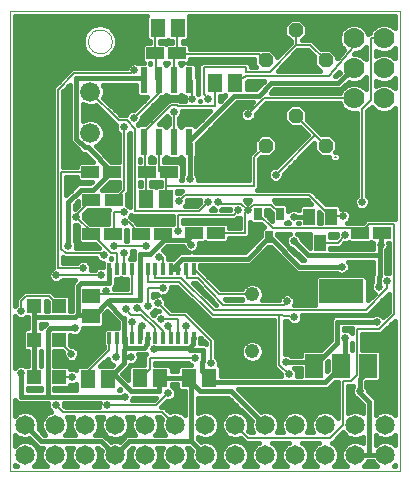
<source format=gtl>
G75*
G70*
%OFA0B0*%
%FSLAX24Y24*%
%IPPOS*%
%LPD*%
%AMOC8*
5,1,8,0,0,1.08239X$1,22.5*
%
%ADD10C,0.0000*%
%ADD11R,0.0591X0.0394*%
%ADD12C,0.0480*%
%ADD13R,0.0512X0.0591*%
%ADD14R,0.0591X0.0512*%
%ADD15R,0.0236X0.0866*%
%ADD16OC8,0.0480*%
%ADD17R,0.0394X0.0551*%
%ADD18R,0.0472X0.0472*%
%ADD19R,0.0250X0.0400*%
%ADD20R,0.0591X0.0787*%
%ADD21R,0.1496X0.0787*%
%ADD22C,0.0650*%
%ADD23R,0.0120X0.0390*%
%ADD24C,0.0700*%
%ADD25C,0.0660*%
%ADD26C,0.0060*%
%ADD27C,0.0250*%
%ADD28C,0.0150*%
%ADD29C,0.0160*%
D10*
X002374Y000180D02*
X002374Y015534D01*
X015384Y015534D01*
X015384Y000180D01*
X002374Y000180D01*
X004983Y014515D02*
X004985Y014554D01*
X004991Y014593D01*
X005001Y014631D01*
X005014Y014668D01*
X005031Y014703D01*
X005051Y014737D01*
X005075Y014768D01*
X005102Y014797D01*
X005131Y014823D01*
X005163Y014846D01*
X005197Y014866D01*
X005233Y014882D01*
X005270Y014894D01*
X005309Y014903D01*
X005348Y014908D01*
X005387Y014909D01*
X005426Y014906D01*
X005465Y014899D01*
X005502Y014888D01*
X005539Y014874D01*
X005574Y014856D01*
X005607Y014835D01*
X005638Y014810D01*
X005666Y014783D01*
X005691Y014753D01*
X005713Y014720D01*
X005732Y014686D01*
X005747Y014650D01*
X005759Y014612D01*
X005767Y014574D01*
X005771Y014535D01*
X005771Y014495D01*
X005767Y014456D01*
X005759Y014418D01*
X005747Y014380D01*
X005732Y014344D01*
X005713Y014310D01*
X005691Y014277D01*
X005666Y014247D01*
X005638Y014220D01*
X005607Y014195D01*
X005574Y014174D01*
X005539Y014156D01*
X005502Y014142D01*
X005465Y014131D01*
X005426Y014124D01*
X005387Y014121D01*
X005348Y014122D01*
X005309Y014127D01*
X005270Y014136D01*
X005233Y014148D01*
X005197Y014164D01*
X005163Y014184D01*
X005131Y014207D01*
X005102Y014233D01*
X005075Y014262D01*
X005051Y014293D01*
X005031Y014327D01*
X005014Y014362D01*
X005001Y014399D01*
X004991Y014437D01*
X004985Y014476D01*
X004983Y014515D01*
D11*
X007213Y014120D03*
X007954Y014120D03*
X007674Y010160D03*
X006933Y010160D03*
X005794Y010170D03*
X005053Y010170D03*
X005093Y009230D03*
X005834Y009230D03*
X005824Y008100D03*
X005083Y008100D03*
X006733Y008100D03*
X007474Y008100D03*
X008513Y008140D03*
X009254Y008140D03*
X014043Y008140D03*
X014784Y008140D03*
D12*
X010454Y006090D03*
X010454Y004190D03*
D13*
X009018Y003300D03*
X008349Y003300D03*
X007388Y003290D03*
X006719Y003290D03*
X005638Y003260D03*
X004969Y003260D03*
X006899Y009250D03*
X007568Y009250D03*
X009209Y013140D03*
X009878Y013140D03*
X007968Y014970D03*
X007299Y014970D03*
D14*
X005094Y006045D03*
X005094Y005375D03*
D15*
X006844Y011176D03*
X007344Y011176D03*
X007844Y011176D03*
X008344Y011176D03*
X008344Y013224D03*
X007844Y013224D03*
X007344Y013224D03*
X006844Y013224D03*
D16*
X010904Y013880D03*
X011904Y014880D03*
X012904Y013880D03*
X011904Y012040D03*
X012904Y011040D03*
X010904Y011040D03*
D17*
X012340Y008673D03*
X013088Y008673D03*
X012714Y007807D03*
D18*
X004017Y005700D03*
X003190Y005700D03*
X003180Y004570D03*
X004007Y004570D03*
X004017Y003330D03*
X003190Y003330D03*
D19*
X010640Y008774D03*
X011388Y008774D03*
X011014Y007986D03*
D20*
X012518Y003700D03*
X013424Y003700D03*
X014329Y003700D03*
D21*
X013424Y006180D03*
D22*
X013893Y001727D03*
X013893Y000727D03*
X012893Y000727D03*
X011893Y000727D03*
X010893Y000727D03*
X009893Y000727D03*
X008893Y000727D03*
X007893Y000727D03*
X006893Y000727D03*
X005893Y000727D03*
X004893Y000727D03*
X003893Y000727D03*
X002893Y000727D03*
X002893Y001727D03*
X003893Y001727D03*
X004893Y001727D03*
X005893Y001727D03*
X006893Y001727D03*
X007893Y001727D03*
X008893Y001727D03*
X009893Y001727D03*
X010893Y001727D03*
X011893Y001727D03*
X012893Y001727D03*
X014893Y001727D03*
X014893Y000727D03*
D23*
X008501Y004641D03*
X008245Y004641D03*
X007989Y004641D03*
X007733Y004641D03*
X007477Y004641D03*
X007221Y004641D03*
X006966Y004641D03*
X006710Y004641D03*
X006454Y004641D03*
X006198Y004641D03*
X005942Y004641D03*
X005686Y004641D03*
X005686Y006939D03*
X005942Y006939D03*
X006198Y006939D03*
X006454Y006939D03*
X006710Y006939D03*
X006966Y006939D03*
X007221Y006939D03*
X007477Y006939D03*
X007733Y006939D03*
X007989Y006939D03*
X008245Y006939D03*
X008501Y006939D03*
D24*
X013844Y012620D03*
X014844Y012620D03*
X014844Y013620D03*
X014844Y014620D03*
X013844Y014620D03*
X013844Y013620D03*
D25*
X005064Y012820D03*
X005064Y011460D03*
D26*
X006004Y011880D02*
X006274Y011880D01*
X006544Y011610D01*
X006544Y008860D01*
X008684Y008860D01*
X008984Y009160D01*
X009314Y009160D02*
X009364Y009110D01*
X010084Y009110D01*
X010304Y008890D01*
X010314Y008880D01*
X010304Y008890D02*
X010484Y009070D01*
X011094Y009070D01*
X011384Y008780D01*
X011388Y008774D01*
X011134Y008280D02*
X013894Y008280D01*
X014034Y008140D01*
X014043Y008140D01*
X014064Y008160D01*
X014334Y008430D01*
X015174Y008430D01*
X015174Y005420D01*
X014694Y004940D01*
X013944Y004940D01*
X013944Y003400D01*
X013754Y003210D01*
X013474Y003210D01*
X013474Y001720D01*
X013064Y001310D01*
X010304Y001310D01*
X009894Y001720D01*
X009893Y001727D01*
X011684Y003420D02*
X011364Y003740D01*
X011364Y005390D01*
X009144Y005390D01*
X008024Y006510D01*
X006974Y006510D01*
X006974Y006930D01*
X006966Y006939D01*
X007221Y006939D02*
X007224Y006930D01*
X007224Y006630D01*
X008074Y006630D01*
X009184Y005560D01*
X014234Y005560D01*
X014944Y006290D01*
X014944Y006540D01*
X013544Y008050D02*
X013304Y007810D01*
X012714Y007810D01*
X012714Y007807D01*
X013088Y008673D02*
X013064Y008690D01*
X012364Y009390D01*
X008214Y009390D01*
X008024Y009200D01*
X007974Y008740D02*
X009844Y008740D01*
X009984Y008880D01*
X010214Y008800D02*
X010214Y008140D01*
X009254Y008140D01*
X010214Y008800D02*
X010304Y008890D01*
X010640Y008774D02*
X010644Y008770D01*
X011134Y008280D01*
X010524Y009710D02*
X007574Y009710D01*
X007574Y009250D01*
X007568Y009250D01*
X007574Y009710D02*
X007574Y010160D01*
X007674Y010160D01*
X007554Y010180D01*
X007344Y010180D01*
X007344Y011176D01*
X006884Y011150D02*
X006854Y011150D01*
X006844Y011176D01*
X006844Y011480D01*
X007764Y012400D01*
X007944Y012400D01*
X007984Y012360D01*
X009214Y012360D01*
X009214Y013140D01*
X009209Y013140D01*
X008834Y012750D02*
X008834Y013660D01*
X010254Y013660D01*
X010244Y013500D01*
X011054Y013500D01*
X011904Y014410D01*
X011924Y014390D01*
X012394Y014390D01*
X012904Y013880D01*
X013014Y013360D02*
X013844Y014350D01*
X013844Y014620D01*
X014404Y014620D02*
X014844Y014620D01*
X014404Y014620D02*
X014404Y012550D01*
X014114Y012260D01*
X014114Y009160D01*
X013484Y008680D02*
X013094Y008680D01*
X013088Y008673D01*
X011234Y010070D02*
X012554Y011390D01*
X011904Y012040D01*
X012554Y011390D02*
X012904Y011040D01*
X013201Y010661D02*
X013254Y010660D01*
X013844Y012620D02*
X010854Y012620D01*
X010314Y012080D01*
X010904Y011040D02*
X010524Y010660D01*
X010524Y009710D01*
X007974Y008740D02*
X007974Y008180D01*
X007474Y007330D02*
X007334Y007330D01*
X007474Y007330D02*
X007474Y006940D01*
X007477Y006939D01*
X007474Y006280D02*
X006974Y006280D01*
X006974Y005680D01*
X006694Y005640D02*
X006624Y005640D01*
X006694Y005640D02*
X007434Y004900D01*
X007474Y004900D01*
X007474Y004650D01*
X007477Y004641D01*
X007221Y004641D02*
X007214Y004650D01*
X007214Y004950D01*
X007204Y004950D01*
X006744Y005410D01*
X006414Y005410D01*
X006244Y005580D01*
X006464Y005160D02*
X006464Y004650D01*
X006454Y004641D01*
X005942Y004641D02*
X005934Y004640D01*
X005934Y003990D01*
X005904Y003990D01*
X005684Y004230D02*
X004974Y003520D01*
X004974Y003260D01*
X004969Y003260D01*
X004454Y003340D02*
X004034Y003340D01*
X004024Y003330D01*
X004017Y003330D01*
X004424Y004100D02*
X004304Y004240D01*
X004014Y004570D01*
X004007Y004570D01*
X004014Y005700D02*
X004017Y005700D01*
X004014Y005700D02*
X003684Y006030D01*
X002914Y006030D01*
X002754Y005870D01*
X002754Y005530D01*
X003924Y006720D02*
X004504Y006730D01*
X005414Y006730D01*
X005934Y006940D02*
X005942Y006939D01*
X005934Y006940D02*
X005934Y007470D01*
X005744Y007470D01*
X005114Y008100D01*
X005083Y008100D01*
X005134Y008120D01*
X004594Y008660D01*
X004614Y008680D01*
X004614Y008760D01*
X005084Y009230D01*
X005093Y009230D01*
X005834Y009230D02*
X005844Y009230D01*
X006184Y009570D01*
X006184Y011650D01*
X006004Y011880D02*
X005064Y012820D01*
X004524Y013460D02*
X003974Y012910D01*
X003974Y006960D01*
X004824Y006960D01*
X004234Y007470D02*
X004094Y007610D01*
X004094Y010170D01*
X005053Y010170D01*
X005834Y008820D02*
X006174Y008820D01*
X006204Y008490D02*
X006334Y008490D01*
X006724Y008100D01*
X006733Y008100D01*
X006924Y007700D02*
X005834Y007700D01*
X005514Y007380D02*
X005424Y007470D01*
X004234Y007470D01*
X005594Y006190D02*
X005594Y006080D01*
X006454Y006080D01*
X006454Y006930D01*
X006454Y006939D01*
X006198Y006939D02*
X006194Y006940D01*
X006194Y007470D01*
X005834Y008100D02*
X005824Y008100D01*
X005834Y008100D02*
X005834Y008820D01*
X006899Y009250D02*
X006904Y009250D01*
X006904Y010160D01*
X006933Y010160D01*
X006884Y010180D01*
X006884Y011150D01*
X007844Y011180D02*
X007844Y011176D01*
X007844Y011180D02*
X007854Y011180D01*
X007854Y012170D01*
X008464Y012590D02*
X008464Y013220D01*
X008344Y013220D01*
X008344Y013224D01*
X007844Y013224D02*
X007844Y014100D01*
X007934Y014100D01*
X007954Y014120D01*
X007984Y014100D01*
X010684Y014100D01*
X010904Y013880D01*
X010264Y013360D02*
X013014Y013360D01*
X011904Y014410D02*
X011904Y014880D01*
X010264Y013360D02*
X009884Y013140D01*
X009878Y013140D01*
X008984Y012600D02*
X008834Y012750D01*
X007344Y012810D02*
X007344Y013224D01*
X007334Y013250D01*
X007234Y013250D01*
X007234Y014100D01*
X007213Y014120D01*
X007214Y014120D01*
X007214Y014970D01*
X007299Y014970D01*
X007964Y014970D02*
X007968Y014970D01*
X007964Y014970D02*
X007964Y014120D01*
X007954Y014120D01*
X007344Y012810D02*
X006504Y011970D01*
X006424Y013460D02*
X004524Y013460D01*
X006424Y013460D02*
X006524Y013560D01*
X008245Y006939D02*
X008254Y006930D01*
X008284Y006640D01*
X008644Y006620D01*
X009494Y005730D01*
X011514Y005730D01*
X011614Y005850D01*
X011364Y005390D02*
X011854Y005320D01*
X010454Y006090D02*
X009344Y006090D01*
X008504Y006930D01*
X008501Y006939D01*
X007324Y005790D02*
X007724Y005390D01*
X008214Y005390D01*
X009074Y004530D01*
X009074Y003800D01*
X008534Y003970D02*
X007034Y003970D01*
X007034Y003600D01*
X006724Y003290D01*
X006719Y003290D01*
X007244Y002380D02*
X007654Y002790D01*
X007244Y002380D02*
X005624Y002380D01*
X004164Y002150D02*
X007464Y002150D01*
X007884Y001730D01*
X007893Y001727D01*
X005684Y004230D02*
X005684Y004640D01*
X005686Y004641D01*
X005594Y006080D02*
X005124Y006080D01*
X005094Y006050D01*
X005094Y006045D01*
X007414Y005270D02*
X007984Y005270D01*
X007984Y004650D01*
X007989Y004641D01*
X007733Y004641D02*
X007724Y004650D01*
X007724Y005040D01*
X007654Y005040D01*
X008244Y005040D02*
X008244Y004650D01*
X008245Y004641D01*
X004164Y002150D02*
X003914Y002400D01*
D27*
X003914Y002400D03*
X004454Y003340D03*
X004424Y004100D03*
X004534Y004950D03*
X005594Y006190D03*
X005414Y006730D03*
X004824Y006960D03*
X005514Y007380D03*
X005834Y007700D03*
X006194Y007470D03*
X006924Y007700D03*
X007334Y007330D03*
X007974Y008180D03*
X008424Y007740D03*
X008024Y009200D03*
X008374Y009940D03*
X008984Y009160D03*
X009314Y009160D03*
X009984Y008880D03*
X010314Y008880D03*
X011234Y010070D03*
X011844Y008670D03*
X011834Y007870D03*
X013444Y007010D03*
X013544Y008050D03*
X013484Y008680D03*
X014114Y009160D03*
X014734Y007740D03*
X014944Y006540D03*
X014674Y006340D03*
X014604Y005170D03*
X013554Y004630D03*
X014034Y002860D03*
X011684Y003420D03*
X011594Y003830D03*
X011854Y005320D03*
X011614Y005850D03*
X009074Y003800D03*
X008534Y003970D03*
X008244Y005040D03*
X007654Y005040D03*
X007414Y005270D03*
X007324Y005790D03*
X006974Y005680D03*
X006624Y005640D03*
X006244Y005580D03*
X006464Y005160D03*
X006794Y005040D03*
X007194Y004250D03*
X006404Y003990D03*
X005904Y003990D03*
X006204Y002670D03*
X005624Y002380D03*
X007654Y002790D03*
X007474Y006280D03*
X006204Y008490D03*
X006174Y008820D03*
X004594Y008660D03*
X004324Y007700D03*
X003924Y006720D03*
X002754Y005530D03*
X002754Y003460D03*
X006184Y011650D03*
X006504Y011970D03*
X007854Y012170D03*
X008464Y012590D03*
X008984Y012600D03*
X010314Y012080D03*
X006524Y013560D03*
D28*
X006784Y013290D02*
X006844Y013230D01*
X006844Y013224D01*
X006784Y013290D02*
X004594Y013290D01*
X004594Y011270D01*
X004874Y010990D01*
X004974Y010990D01*
X005794Y010170D01*
X005724Y010140D01*
X005154Y009570D01*
X004744Y009570D01*
X004324Y009150D01*
X004324Y007700D01*
X004764Y006460D02*
X004654Y006350D01*
X004654Y005380D01*
X004584Y005350D01*
X004554Y005320D01*
X003184Y005320D01*
X003184Y004570D01*
X003180Y004570D01*
X003194Y004500D01*
X003194Y003330D01*
X003190Y003330D01*
X002754Y003460D02*
X002754Y002670D01*
X003634Y002670D01*
X003634Y004860D01*
X003724Y004950D01*
X004534Y004950D01*
X004654Y005380D02*
X005094Y005380D01*
X005094Y005375D01*
X005164Y005410D01*
X005204Y005410D01*
X005614Y005820D01*
X006124Y005310D01*
X006184Y005310D01*
X006184Y004720D01*
X006198Y004641D01*
X006204Y004640D01*
X006204Y004310D01*
X006174Y004240D01*
X006174Y003990D01*
X006404Y003990D01*
X006174Y003990D02*
X006174Y003790D01*
X005644Y003260D01*
X005638Y003260D01*
X005874Y003390D01*
X006414Y002850D01*
X007354Y002850D01*
X007354Y003220D01*
X007388Y003290D01*
X007394Y003290D01*
X007404Y003300D01*
X008349Y003300D01*
X008424Y003050D01*
X008424Y001190D01*
X008884Y000730D01*
X008893Y000727D01*
X008424Y001190D02*
X006354Y001190D01*
X005894Y000730D01*
X005893Y000727D01*
X005824Y000770D01*
X005404Y001190D01*
X003424Y001190D01*
X002894Y001720D01*
X002893Y001727D01*
X003634Y002670D02*
X006204Y002670D01*
X006204Y004310D02*
X006834Y004310D01*
X006964Y004440D01*
X006964Y004640D01*
X006966Y004641D01*
X006714Y004650D02*
X006710Y004641D01*
X006714Y004650D02*
X006714Y005020D01*
X006774Y005020D01*
X006794Y005040D01*
X007254Y004310D02*
X008364Y004310D01*
X008394Y004240D01*
X008804Y004240D01*
X008804Y003850D01*
X008784Y003830D01*
X008784Y003530D01*
X009014Y003300D01*
X009018Y003300D01*
X009084Y003260D01*
X009194Y003150D01*
X012884Y003150D01*
X013424Y003690D01*
X013424Y003700D01*
X013454Y003770D01*
X013554Y003770D01*
X013554Y004630D01*
X013284Y004460D02*
X013284Y005170D01*
X014604Y005170D01*
X014674Y006340D02*
X014674Y006660D01*
X014704Y006690D01*
X014704Y007390D01*
X012314Y007390D01*
X011834Y007870D01*
X011084Y007950D02*
X011014Y007986D01*
X011014Y007980D01*
X010304Y007270D01*
X008124Y007270D01*
X007864Y007010D01*
X007864Y006940D01*
X007734Y006940D01*
X007733Y006939D01*
X007864Y006940D02*
X007984Y006940D01*
X007989Y006939D01*
X008424Y007740D02*
X008314Y007850D01*
X008274Y007910D01*
X007544Y007910D01*
X007474Y008100D01*
X007474Y008100D01*
X007474Y007860D01*
X007044Y007430D01*
X006714Y007430D01*
X006714Y006940D01*
X006710Y006939D01*
X006704Y006860D01*
X006704Y005910D01*
X005704Y005910D01*
X005614Y005820D01*
X005684Y006460D02*
X004764Y006460D01*
X005684Y006460D02*
X005684Y006930D01*
X005686Y006939D01*
X008274Y007910D02*
X008504Y008140D01*
X008513Y008140D01*
X008374Y009940D02*
X008374Y011110D01*
X008344Y011176D01*
X008344Y011180D01*
X009864Y012700D01*
X010694Y012700D01*
X011094Y013140D01*
X013324Y013140D01*
X013844Y013620D01*
X012340Y008673D02*
X012334Y008670D01*
X011844Y008670D01*
X011084Y007950D02*
X012024Y007010D01*
X013444Y007010D01*
X014704Y007390D02*
X014704Y007670D01*
X014734Y007740D01*
X014734Y008140D01*
X014784Y008140D01*
X013284Y004460D02*
X012524Y003700D01*
X012518Y003700D01*
X012444Y003730D01*
X012344Y003830D01*
X011594Y003830D01*
X009754Y002860D02*
X008714Y002860D01*
X008344Y003230D01*
X008349Y003300D01*
X008364Y004310D02*
X008494Y004440D01*
X008494Y004640D01*
X008501Y004641D01*
X007254Y004310D02*
X007194Y004250D01*
X009754Y002860D02*
X010884Y001730D01*
X010893Y001727D01*
X013894Y000730D02*
X013893Y000727D01*
X013894Y000730D02*
X014354Y000730D01*
X014884Y000730D01*
X014893Y000727D01*
X014354Y000730D02*
X014354Y002500D01*
X014064Y002790D01*
X014034Y002860D01*
X014034Y003250D01*
X014324Y003540D01*
X014324Y003690D01*
X014329Y003700D01*
X005794Y010170D02*
X005794Y010170D01*
X003190Y005700D02*
X003184Y005700D01*
X003184Y005320D01*
D29*
X003399Y005105D02*
X003574Y005105D01*
X003544Y005075D01*
X003419Y004949D01*
X003419Y004946D01*
X003399Y004946D01*
X003399Y005105D01*
X003399Y005094D02*
X003563Y005094D01*
X003566Y005535D02*
X003566Y005860D01*
X003613Y005860D01*
X003641Y005832D01*
X003641Y005535D01*
X003566Y005535D01*
X003566Y005569D02*
X003641Y005569D01*
X003641Y005728D02*
X003566Y005728D01*
X003878Y006076D02*
X003754Y006200D01*
X002843Y006200D01*
X002683Y006040D01*
X002584Y005940D01*
X002584Y005735D01*
X002554Y005705D01*
X002554Y015354D01*
X006934Y015354D01*
X006903Y015323D01*
X006903Y014617D01*
X006985Y014535D01*
X007044Y014535D01*
X007044Y014457D01*
X006860Y014457D01*
X006778Y014375D01*
X006778Y013865D01*
X006847Y013797D01*
X006667Y013797D01*
X006661Y013790D01*
X006576Y013825D01*
X006471Y013825D01*
X006373Y013785D01*
X006299Y013710D01*
X006266Y013630D01*
X004453Y013630D01*
X003903Y013080D01*
X003804Y012980D01*
X003804Y006957D01*
X003773Y006945D01*
X003699Y006870D01*
X003659Y006773D01*
X003659Y006667D01*
X003699Y006570D01*
X003773Y006495D01*
X003871Y006455D01*
X003976Y006455D01*
X004074Y006495D01*
X004132Y006554D01*
X004505Y006560D01*
X004559Y006560D01*
X004439Y006439D01*
X004439Y005535D01*
X004393Y005535D01*
X004393Y005994D01*
X004311Y006076D01*
X003878Y006076D01*
X004343Y006045D02*
X004439Y006045D01*
X004439Y006203D02*
X002554Y006203D01*
X002554Y006045D02*
X002688Y006045D01*
X002683Y006040D02*
X002683Y006040D01*
X002584Y005886D02*
X002554Y005886D01*
X002554Y005728D02*
X002576Y005728D01*
X002554Y005355D02*
X002603Y005305D01*
X002701Y005265D01*
X002806Y005265D01*
X002904Y005305D01*
X002922Y005324D01*
X002969Y005324D01*
X002969Y004946D01*
X002886Y004946D01*
X002804Y004864D01*
X002804Y004276D01*
X002886Y004194D01*
X002979Y004194D01*
X002979Y003706D01*
X002896Y003706D01*
X002883Y003693D01*
X002806Y003725D01*
X002701Y003725D01*
X002603Y003685D01*
X002554Y003635D01*
X002554Y005355D01*
X002554Y005252D02*
X002969Y005252D01*
X002969Y005094D02*
X002554Y005094D01*
X002554Y004935D02*
X002875Y004935D01*
X002804Y004777D02*
X002554Y004777D01*
X002554Y004618D02*
X002804Y004618D01*
X002804Y004460D02*
X002554Y004460D01*
X002554Y004301D02*
X002804Y004301D01*
X002979Y004143D02*
X002554Y004143D01*
X002554Y003984D02*
X002979Y003984D01*
X002979Y003826D02*
X002554Y003826D01*
X002554Y003667D02*
X002586Y003667D01*
X002969Y002954D02*
X003419Y002954D01*
X003419Y002885D01*
X002969Y002885D01*
X002969Y002954D01*
X002562Y002558D02*
X002554Y002558D01*
X002554Y002566D02*
X002664Y002455D01*
X003649Y002455D01*
X003649Y002453D01*
X003649Y002347D01*
X003689Y002250D01*
X003762Y002176D01*
X003630Y002122D01*
X003499Y001991D01*
X003428Y001820D01*
X003428Y001635D01*
X003499Y001464D01*
X003558Y001405D01*
X003513Y001405D01*
X003336Y001581D01*
X003358Y001635D01*
X003358Y001820D01*
X003287Y001991D01*
X003157Y002122D01*
X002986Y002192D01*
X002801Y002192D01*
X002630Y002122D01*
X002554Y002045D01*
X002554Y002566D01*
X002554Y002399D02*
X003649Y002399D01*
X003698Y002241D02*
X002554Y002241D01*
X002554Y002082D02*
X002590Y002082D01*
X003196Y002082D02*
X003590Y002082D01*
X003471Y001924D02*
X003315Y001924D01*
X003358Y001765D02*
X003428Y001765D01*
X003440Y001607D02*
X003346Y001607D01*
X003470Y001448D02*
X003515Y001448D01*
X003178Y001131D02*
X003134Y001131D01*
X003157Y001122D02*
X002986Y001192D01*
X002801Y001192D01*
X002630Y001122D01*
X002554Y001045D01*
X002554Y001409D01*
X002630Y001333D01*
X002801Y001262D01*
X002986Y001262D01*
X003029Y001280D01*
X003209Y001101D01*
X003334Y000975D01*
X003492Y000975D01*
X003428Y000820D01*
X003428Y000635D01*
X003499Y000464D01*
X003603Y000360D01*
X003183Y000360D01*
X003287Y000464D01*
X003358Y000635D01*
X003358Y000820D01*
X003287Y000991D01*
X003157Y001122D01*
X003295Y000973D02*
X003491Y000973D01*
X003428Y000814D02*
X003358Y000814D01*
X003358Y000656D02*
X003428Y000656D01*
X003485Y000497D02*
X003301Y000497D01*
X002603Y000360D02*
X002554Y000360D01*
X002554Y000409D01*
X002603Y000360D01*
X002554Y001131D02*
X002653Y001131D01*
X002735Y001290D02*
X002554Y001290D01*
X004228Y001405D02*
X004287Y001464D01*
X004358Y001635D01*
X004358Y001820D01*
X004292Y001980D01*
X004495Y001980D01*
X004428Y001820D01*
X004428Y001635D01*
X004499Y001464D01*
X004558Y001405D01*
X004228Y001405D01*
X004271Y001448D02*
X004515Y001448D01*
X004440Y001607D02*
X004346Y001607D01*
X004358Y001765D02*
X004428Y001765D01*
X004471Y001924D02*
X004315Y001924D01*
X004234Y002320D02*
X004179Y002375D01*
X004179Y002453D01*
X004178Y002455D01*
X005368Y002455D01*
X005359Y002433D01*
X005359Y002327D01*
X005362Y002320D01*
X004234Y002320D01*
X004179Y002399D02*
X005359Y002399D01*
X005292Y001980D02*
X005495Y001980D01*
X005428Y001820D01*
X005428Y001635D01*
X005499Y001464D01*
X005630Y001333D01*
X005801Y001262D01*
X005986Y001262D01*
X006157Y001333D01*
X006287Y001464D01*
X006358Y001635D01*
X006358Y001820D01*
X006292Y001980D01*
X006495Y001980D01*
X006428Y001820D01*
X006428Y001635D01*
X006499Y001464D01*
X006558Y001405D01*
X006264Y001405D01*
X006139Y001279D01*
X006033Y001173D01*
X005986Y001192D01*
X005801Y001192D01*
X005733Y001164D01*
X005493Y001405D01*
X005228Y001405D01*
X005287Y001464D01*
X005358Y001635D01*
X005358Y001820D01*
X005292Y001980D01*
X005315Y001924D02*
X005471Y001924D01*
X005428Y001765D02*
X005358Y001765D01*
X005346Y001607D02*
X005440Y001607D01*
X005515Y001448D02*
X005271Y001448D01*
X005608Y001290D02*
X005735Y001290D01*
X006051Y001290D02*
X006149Y001290D01*
X006271Y001448D02*
X006515Y001448D01*
X006440Y001607D02*
X006346Y001607D01*
X006358Y001765D02*
X006428Y001765D01*
X006471Y001924D02*
X006315Y001924D01*
X006441Y002550D02*
X006469Y002617D01*
X006469Y002635D01*
X006503Y002635D01*
X007258Y002635D01*
X007173Y002550D01*
X006441Y002550D01*
X006444Y002558D02*
X007181Y002558D01*
X007424Y002320D02*
X007629Y002525D01*
X007706Y002525D01*
X007804Y002565D01*
X007878Y002640D01*
X007919Y002737D01*
X007919Y002843D01*
X007878Y002940D01*
X007804Y003015D01*
X007784Y003023D01*
X007784Y003085D01*
X007953Y003085D01*
X007953Y002947D01*
X008035Y002865D01*
X008209Y002865D01*
X008209Y002070D01*
X008157Y002122D01*
X007986Y002192D01*
X007801Y002192D01*
X007702Y002152D01*
X007534Y002320D01*
X007424Y002320D01*
X007503Y002399D02*
X008209Y002399D01*
X008209Y002241D02*
X007613Y002241D01*
X007393Y001980D02*
X007465Y001908D01*
X007428Y001820D01*
X007428Y001635D01*
X007499Y001464D01*
X007558Y001405D01*
X007228Y001405D01*
X007287Y001464D01*
X007358Y001635D01*
X007358Y001820D01*
X007292Y001980D01*
X007393Y001980D01*
X007450Y001924D02*
X007315Y001924D01*
X007358Y001765D02*
X007428Y001765D01*
X007440Y001607D02*
X007346Y001607D01*
X007271Y001448D02*
X007515Y001448D01*
X007492Y000975D02*
X007294Y000975D01*
X007358Y000820D01*
X007358Y000635D01*
X007287Y000464D01*
X007183Y000360D01*
X007603Y000360D01*
X007499Y000464D01*
X007428Y000635D01*
X007428Y000820D01*
X007492Y000975D01*
X007491Y000973D02*
X007295Y000973D01*
X007358Y000814D02*
X007428Y000814D01*
X007428Y000656D02*
X007358Y000656D01*
X007301Y000497D02*
X007485Y000497D01*
X008183Y000360D02*
X008287Y000464D01*
X008358Y000635D01*
X008358Y000820D01*
X008294Y000975D01*
X008334Y000975D01*
X008446Y000863D01*
X008428Y000820D01*
X008428Y000635D01*
X008499Y000464D01*
X008603Y000360D01*
X008183Y000360D01*
X008301Y000497D02*
X008485Y000497D01*
X008428Y000656D02*
X008358Y000656D01*
X008358Y000814D02*
X008428Y000814D01*
X008337Y000973D02*
X008295Y000973D01*
X008639Y001279D02*
X008639Y001330D01*
X008801Y001262D01*
X008986Y001262D01*
X009157Y001333D01*
X009287Y001464D01*
X009358Y001635D01*
X009358Y001820D01*
X009287Y001991D01*
X009157Y002122D01*
X008986Y002192D01*
X008801Y002192D01*
X008639Y002125D01*
X008639Y002645D01*
X009664Y002645D01*
X010446Y001863D01*
X010428Y001820D01*
X010428Y001635D01*
X010492Y001480D01*
X010374Y001480D01*
X010317Y001536D01*
X010358Y001635D01*
X010358Y001820D01*
X010287Y001991D01*
X010157Y002122D01*
X009986Y002192D01*
X009801Y002192D01*
X009630Y002122D01*
X009499Y001991D01*
X009428Y001820D01*
X009428Y001635D01*
X009499Y001464D01*
X009630Y001333D01*
X009801Y001262D01*
X009986Y001262D01*
X010074Y001299D01*
X010134Y001240D01*
X010233Y001140D01*
X010674Y001140D01*
X010630Y001122D01*
X010499Y000991D01*
X010428Y000820D01*
X010428Y000635D01*
X010499Y000464D01*
X010603Y000360D01*
X010183Y000360D01*
X010287Y000464D01*
X010358Y000635D01*
X010358Y000820D01*
X010287Y000991D01*
X010157Y001122D01*
X009986Y001192D01*
X009801Y001192D01*
X009630Y001122D01*
X009499Y000991D01*
X009428Y000820D01*
X009428Y000635D01*
X009499Y000464D01*
X009603Y000360D01*
X009183Y000360D01*
X009287Y000464D01*
X009358Y000635D01*
X009358Y000820D01*
X009287Y000991D01*
X009157Y001122D01*
X008986Y001192D01*
X008801Y001192D01*
X008747Y001170D01*
X008639Y001279D01*
X008639Y001290D02*
X008735Y001290D01*
X009051Y001290D02*
X009735Y001290D01*
X009653Y001131D02*
X009134Y001131D01*
X009295Y000973D02*
X009491Y000973D01*
X009428Y000814D02*
X009358Y000814D01*
X009358Y000656D02*
X009428Y000656D01*
X009485Y000497D02*
X009301Y000497D01*
X009271Y001448D02*
X009515Y001448D01*
X009440Y001607D02*
X009346Y001607D01*
X009358Y001765D02*
X009428Y001765D01*
X009471Y001924D02*
X009315Y001924D01*
X009196Y002082D02*
X009590Y002082D01*
X009910Y002399D02*
X008639Y002399D01*
X008639Y002241D02*
X010069Y002241D01*
X010196Y002082D02*
X010227Y002082D01*
X010315Y001924D02*
X010386Y001924D01*
X010358Y001765D02*
X010428Y001765D01*
X010440Y001607D02*
X010346Y001607D01*
X010084Y001290D02*
X010051Y001290D01*
X010134Y001131D02*
X010653Y001131D01*
X010491Y000973D02*
X010295Y000973D01*
X010358Y000814D02*
X010428Y000814D01*
X010428Y000656D02*
X010358Y000656D01*
X010301Y000497D02*
X010485Y000497D01*
X011183Y000360D02*
X011287Y000464D01*
X011358Y000635D01*
X011358Y000820D01*
X011287Y000991D01*
X011157Y001122D01*
X011112Y001140D01*
X011674Y001140D01*
X011630Y001122D01*
X011499Y000991D01*
X011428Y000820D01*
X011428Y000635D01*
X011499Y000464D01*
X011603Y000360D01*
X011183Y000360D01*
X011301Y000497D02*
X011485Y000497D01*
X011428Y000656D02*
X011358Y000656D01*
X011358Y000814D02*
X011428Y000814D01*
X011491Y000973D02*
X011295Y000973D01*
X011134Y001131D02*
X011653Y001131D01*
X011492Y001480D02*
X011294Y001480D01*
X011358Y001635D01*
X011358Y001820D01*
X011287Y001991D01*
X011157Y002122D01*
X010986Y002192D01*
X010801Y002192D01*
X010747Y002170D01*
X009983Y002935D01*
X012973Y002935D01*
X013099Y003061D01*
X013204Y003166D01*
X013304Y003166D01*
X013304Y001952D01*
X013287Y001991D01*
X013157Y002122D01*
X012986Y002192D01*
X012801Y002192D01*
X012630Y002122D01*
X012499Y001991D01*
X012428Y001820D01*
X012428Y001635D01*
X012492Y001480D01*
X012294Y001480D01*
X012358Y001635D01*
X012358Y001820D01*
X012287Y001991D01*
X012157Y002122D01*
X011986Y002192D01*
X011801Y002192D01*
X011630Y002122D01*
X011499Y001991D01*
X011428Y001820D01*
X011428Y001635D01*
X011492Y001480D01*
X011440Y001607D02*
X011346Y001607D01*
X011358Y001765D02*
X011428Y001765D01*
X011471Y001924D02*
X011315Y001924D01*
X011196Y002082D02*
X011590Y002082D01*
X012196Y002082D02*
X012590Y002082D01*
X012471Y001924D02*
X012315Y001924D01*
X012358Y001765D02*
X012428Y001765D01*
X012440Y001607D02*
X012346Y001607D01*
X012157Y001122D02*
X012112Y001140D01*
X012674Y001140D01*
X012630Y001122D01*
X012499Y000991D01*
X012428Y000820D01*
X012428Y000635D01*
X012499Y000464D01*
X012603Y000360D01*
X012183Y000360D01*
X012287Y000464D01*
X012358Y000635D01*
X012358Y000820D01*
X012287Y000991D01*
X012157Y001122D01*
X012134Y001131D02*
X012653Y001131D01*
X012491Y000973D02*
X012295Y000973D01*
X012358Y000814D02*
X012428Y000814D01*
X012428Y000656D02*
X012358Y000656D01*
X012301Y000497D02*
X012485Y000497D01*
X013183Y000360D02*
X013287Y000464D01*
X013358Y000635D01*
X013358Y000820D01*
X013287Y000991D01*
X013157Y001122D01*
X013112Y001140D01*
X013134Y001140D01*
X013487Y001493D01*
X013499Y001464D01*
X013630Y001333D01*
X013801Y001262D01*
X013986Y001262D01*
X014139Y001326D01*
X014139Y001129D01*
X013986Y001192D01*
X013801Y001192D01*
X013630Y001122D01*
X013499Y000991D01*
X013428Y000820D01*
X013428Y000635D01*
X013499Y000464D01*
X013603Y000360D01*
X013183Y000360D01*
X013301Y000497D02*
X013485Y000497D01*
X013428Y000656D02*
X013358Y000656D01*
X013358Y000814D02*
X013428Y000814D01*
X013491Y000973D02*
X013295Y000973D01*
X013134Y001131D02*
X013653Y001131D01*
X013735Y001290D02*
X013283Y001290D01*
X013442Y001448D02*
X013515Y001448D01*
X014051Y001290D02*
X014139Y001290D01*
X014134Y001131D02*
X014139Y001131D01*
X014569Y001131D02*
X014653Y001131D01*
X014630Y001122D02*
X014569Y001060D01*
X014569Y001394D01*
X014630Y001333D01*
X014801Y001262D01*
X014986Y001262D01*
X015157Y001333D01*
X015204Y001380D01*
X015204Y001075D01*
X015157Y001122D01*
X014986Y001192D01*
X014801Y001192D01*
X014630Y001122D01*
X014569Y001290D02*
X014735Y001290D01*
X015051Y001290D02*
X015204Y001290D01*
X015204Y001131D02*
X015134Y001131D01*
X015204Y000380D02*
X015204Y000360D01*
X015183Y000360D01*
X015204Y000380D01*
X014603Y000360D02*
X014183Y000360D01*
X014287Y000464D01*
X014309Y000515D01*
X014478Y000515D01*
X014499Y000464D01*
X014603Y000360D01*
X014485Y000497D02*
X014301Y000497D01*
X014569Y002060D02*
X014569Y002589D01*
X014443Y002715D01*
X014299Y002859D01*
X014299Y002913D01*
X014258Y003010D01*
X014249Y003020D01*
X014249Y003161D01*
X014254Y003166D01*
X014682Y003166D01*
X014764Y003248D01*
X014764Y004152D01*
X014682Y004234D01*
X014114Y004234D01*
X014114Y004770D01*
X014764Y004770D01*
X015204Y005210D01*
X015204Y002075D01*
X015157Y002122D01*
X014986Y002192D01*
X014801Y002192D01*
X014630Y002122D01*
X014569Y002060D01*
X014569Y002082D02*
X014590Y002082D01*
X014569Y002241D02*
X015204Y002241D01*
X015204Y002399D02*
X014569Y002399D01*
X014569Y002558D02*
X015204Y002558D01*
X015204Y002716D02*
X014442Y002716D01*
X014299Y002875D02*
X015204Y002875D01*
X015204Y003033D02*
X014249Y003033D01*
X013943Y002607D02*
X014139Y002411D01*
X014139Y002129D01*
X013986Y002192D01*
X013801Y002192D01*
X013644Y002127D01*
X013644Y003040D01*
X013819Y003040D01*
X013819Y003020D01*
X013809Y003010D01*
X013769Y002913D01*
X013769Y002807D01*
X013809Y002710D01*
X013883Y002635D01*
X013899Y002629D01*
X013901Y002623D01*
X013943Y002607D01*
X013992Y002558D02*
X013644Y002558D01*
X013644Y002716D02*
X013806Y002716D01*
X013769Y002875D02*
X013644Y002875D01*
X013644Y003033D02*
X013819Y003033D01*
X013304Y003033D02*
X013071Y003033D01*
X013304Y002875D02*
X010043Y002875D01*
X010202Y002716D02*
X013304Y002716D01*
X013304Y002558D02*
X010360Y002558D01*
X010519Y002399D02*
X013304Y002399D01*
X013304Y002241D02*
X010677Y002241D01*
X009752Y002558D02*
X008639Y002558D01*
X008209Y002558D02*
X007785Y002558D01*
X007910Y002716D02*
X008209Y002716D01*
X008025Y002875D02*
X007905Y002875D01*
X007953Y003033D02*
X007784Y003033D01*
X007784Y003515D02*
X007784Y003643D01*
X007702Y003725D01*
X007204Y003725D01*
X007204Y003800D01*
X008329Y003800D01*
X008383Y003745D01*
X008408Y003735D01*
X008035Y003735D01*
X007953Y003653D01*
X007953Y003515D01*
X007784Y003515D01*
X007760Y003667D02*
X007967Y003667D01*
X008709Y004455D02*
X008709Y004562D01*
X008728Y004589D01*
X008718Y004645D01*
X008904Y004460D01*
X008904Y004444D01*
X008893Y004455D01*
X008709Y004455D01*
X008709Y004460D02*
X008904Y004460D01*
X008745Y004618D02*
X008723Y004618D01*
X008909Y004935D02*
X011194Y004935D01*
X011194Y004777D02*
X009067Y004777D01*
X009144Y004700D02*
X008284Y005560D01*
X007794Y005560D01*
X007589Y005765D01*
X007589Y005843D01*
X007548Y005940D01*
X007474Y006015D01*
X007473Y006015D01*
X007526Y006015D01*
X007624Y006055D01*
X007698Y006130D01*
X007739Y006227D01*
X007739Y006333D01*
X007736Y006340D01*
X007953Y006340D01*
X008974Y005320D01*
X009073Y005220D01*
X011194Y005220D01*
X011194Y003670D01*
X011293Y003570D01*
X011419Y003445D01*
X011419Y003367D01*
X011419Y003365D01*
X009414Y003365D01*
X009414Y003653D01*
X009333Y003734D01*
X009339Y003747D01*
X009339Y003853D01*
X009298Y003950D01*
X009244Y004005D01*
X009244Y004600D01*
X009144Y004700D01*
X009226Y004618D02*
X011194Y004618D01*
X011194Y004460D02*
X010721Y004460D01*
X010669Y004512D02*
X010776Y004405D01*
X010834Y004266D01*
X010834Y004114D01*
X010776Y003975D01*
X010669Y003868D01*
X010529Y003810D01*
X010378Y003810D01*
X010238Y003868D01*
X010131Y003975D01*
X010074Y004114D01*
X010074Y004266D01*
X010131Y004405D01*
X010238Y004512D01*
X010378Y004570D01*
X010529Y004570D01*
X010669Y004512D01*
X010819Y004301D02*
X011194Y004301D01*
X011194Y004143D02*
X010834Y004143D01*
X010780Y003984D02*
X011194Y003984D01*
X011194Y003826D02*
X010567Y003826D01*
X010341Y003826D02*
X009339Y003826D01*
X009400Y003667D02*
X011196Y003667D01*
X011355Y003509D02*
X009414Y003509D01*
X009264Y003984D02*
X010128Y003984D01*
X010074Y004143D02*
X009244Y004143D01*
X009244Y004301D02*
X010088Y004301D01*
X010186Y004460D02*
X009244Y004460D01*
X008750Y005094D02*
X011194Y005094D01*
X011534Y005094D02*
X011708Y005094D01*
X011703Y005095D02*
X011801Y005055D01*
X011906Y005055D01*
X012004Y005095D01*
X012078Y005170D01*
X012119Y005267D01*
X012119Y005373D01*
X012111Y005390D01*
X014165Y005390D01*
X014165Y005389D01*
X014235Y005390D01*
X014304Y005390D01*
X014305Y005391D01*
X014306Y005391D01*
X014355Y005441D01*
X014404Y005490D01*
X014404Y005491D01*
X015004Y006108D01*
X015004Y005490D01*
X014830Y005317D01*
X014828Y005320D01*
X014754Y005395D01*
X014656Y005435D01*
X014551Y005435D01*
X014453Y005395D01*
X014444Y005385D01*
X013194Y005385D01*
X013069Y005259D01*
X013069Y004549D01*
X012753Y004234D01*
X012165Y004234D01*
X012083Y004152D01*
X012083Y004045D01*
X011753Y004045D01*
X011744Y004055D01*
X011646Y004095D01*
X011541Y004095D01*
X011534Y004092D01*
X011534Y005194D01*
X011624Y005181D01*
X011629Y005170D01*
X011703Y005095D01*
X011534Y004935D02*
X013069Y004935D01*
X013069Y004777D02*
X011534Y004777D01*
X011534Y004618D02*
X013069Y004618D01*
X012979Y004460D02*
X011534Y004460D01*
X011534Y004301D02*
X012820Y004301D01*
X012988Y003861D02*
X012988Y003559D01*
X012953Y003524D01*
X012953Y003826D01*
X012988Y003861D01*
X012988Y003826D02*
X012953Y003826D01*
X012953Y003667D02*
X012988Y003667D01*
X012083Y003615D02*
X012083Y003365D01*
X011948Y003365D01*
X011949Y003367D01*
X011949Y003473D01*
X011908Y003570D01*
X011863Y003615D01*
X012083Y003615D01*
X012083Y003509D02*
X011934Y003509D01*
X012083Y004143D02*
X011534Y004143D01*
X011999Y005094D02*
X013069Y005094D01*
X013069Y005252D02*
X012112Y005252D01*
X011851Y005730D02*
X011879Y005797D01*
X011879Y005903D01*
X011838Y006000D01*
X011764Y006075D01*
X011666Y006115D01*
X011561Y006115D01*
X011463Y006075D01*
X011389Y006000D01*
X011349Y005903D01*
X011349Y005900D01*
X010786Y005900D01*
X010834Y006014D01*
X010834Y006166D01*
X010776Y006305D01*
X010669Y006412D01*
X010529Y006470D01*
X010378Y006470D01*
X010238Y006412D01*
X010131Y006305D01*
X010113Y006260D01*
X009414Y006260D01*
X008701Y006973D01*
X008701Y007055D01*
X010393Y007055D01*
X010519Y007181D01*
X010984Y007646D01*
X011083Y007646D01*
X011809Y006921D01*
X011934Y006795D01*
X013284Y006795D01*
X013293Y006785D01*
X013391Y006745D01*
X013496Y006745D01*
X013594Y006785D01*
X013668Y006860D01*
X013709Y006957D01*
X013709Y007063D01*
X013668Y007160D01*
X013653Y007175D01*
X014489Y007175D01*
X014489Y006779D01*
X014459Y006749D01*
X014459Y006500D01*
X014449Y006490D01*
X014409Y006393D01*
X014409Y006287D01*
X014449Y006190D01*
X014523Y006115D01*
X014533Y006111D01*
X014312Y005884D01*
X014312Y006632D01*
X014230Y006714D01*
X012618Y006714D01*
X012536Y006632D01*
X012536Y005730D01*
X011851Y005730D01*
X011879Y005886D02*
X012536Y005886D01*
X012536Y006045D02*
X011794Y006045D01*
X011433Y006045D02*
X010834Y006045D01*
X010818Y006203D02*
X012536Y006203D01*
X012536Y006362D02*
X010719Y006362D01*
X010188Y006362D02*
X009312Y006362D01*
X009154Y006520D02*
X012536Y006520D01*
X012582Y006679D02*
X008995Y006679D01*
X008837Y006837D02*
X011892Y006837D01*
X011734Y006996D02*
X008701Y006996D01*
X008500Y007485D02*
X008574Y007515D01*
X008648Y007590D01*
X008689Y007687D01*
X008689Y007793D01*
X008684Y007803D01*
X008867Y007803D01*
X008884Y007820D01*
X008900Y007803D01*
X009607Y007803D01*
X009689Y007885D01*
X009689Y007970D01*
X010284Y007970D01*
X010384Y008070D01*
X010384Y008507D01*
X010457Y008434D01*
X010739Y008434D01*
X010847Y008326D01*
X010831Y008326D01*
X010749Y008244D01*
X010749Y008019D01*
X010214Y007485D01*
X008500Y007485D01*
X008347Y007485D02*
X008034Y007485D01*
X007823Y007274D01*
X007644Y007274D01*
X007644Y007400D01*
X007544Y007500D01*
X007538Y007500D01*
X007484Y007555D01*
X007476Y007558D01*
X007563Y007645D01*
X007613Y007695D01*
X008158Y007695D01*
X008159Y007695D01*
X008159Y007687D01*
X008199Y007590D01*
X008273Y007515D01*
X008347Y007485D01*
X008182Y007630D02*
X007547Y007630D01*
X007573Y007471D02*
X008021Y007471D01*
X007862Y007313D02*
X007644Y007313D01*
X008665Y007630D02*
X010359Y007630D01*
X010518Y007788D02*
X008689Y007788D01*
X008884Y008460D02*
X008867Y008477D01*
X008160Y008477D01*
X008144Y008460D01*
X008144Y008570D01*
X009914Y008570D01*
X009959Y008615D01*
X010036Y008615D01*
X010044Y008618D01*
X010044Y008310D01*
X009689Y008310D01*
X009689Y008395D01*
X009607Y008477D01*
X008900Y008477D01*
X008884Y008460D01*
X009072Y008910D02*
X009225Y008910D01*
X009163Y008935D01*
X009149Y008950D01*
X009134Y008935D01*
X009072Y008910D01*
X009402Y008910D02*
X009464Y008935D01*
X009468Y008940D01*
X009722Y008940D01*
X009719Y008933D01*
X009719Y008910D01*
X009402Y008910D01*
X009662Y008422D02*
X010044Y008422D01*
X010044Y008581D02*
X009924Y008581D01*
X010384Y008422D02*
X010751Y008422D01*
X010768Y008264D02*
X010384Y008264D01*
X010384Y008105D02*
X010749Y008105D01*
X010676Y007947D02*
X009689Y007947D01*
X010492Y007154D02*
X011575Y007154D01*
X011417Y007313D02*
X010650Y007313D01*
X010809Y007471D02*
X011258Y007471D01*
X011100Y007630D02*
X010967Y007630D01*
X011279Y008059D02*
X011279Y008110D01*
X011720Y008110D01*
X011683Y008095D01*
X011609Y008020D01*
X011569Y007923D01*
X011569Y007817D01*
X011603Y007735D01*
X011279Y008059D01*
X011279Y008105D02*
X011708Y008105D01*
X011578Y007947D02*
X011391Y007947D01*
X011550Y007788D02*
X011581Y007788D01*
X011698Y007639D02*
X011781Y007605D01*
X011794Y007605D01*
X012099Y007301D01*
X012174Y007225D01*
X012113Y007225D01*
X011698Y007639D01*
X011708Y007630D02*
X011722Y007630D01*
X011867Y007471D02*
X011928Y007471D01*
X012025Y007313D02*
X012087Y007313D01*
X012377Y007631D02*
X012377Y008110D01*
X011947Y008110D01*
X011984Y008095D01*
X012058Y008020D01*
X012099Y007923D01*
X012099Y007909D01*
X012377Y007631D01*
X012377Y007788D02*
X012220Y007788D01*
X012089Y007947D02*
X012377Y007947D01*
X012377Y008105D02*
X011959Y008105D01*
X011998Y008450D02*
X012003Y008454D01*
X012003Y008450D01*
X011998Y008450D01*
X011689Y008450D02*
X011587Y008450D01*
X011638Y008501D01*
X011689Y008450D01*
X011653Y008854D02*
X011653Y009032D01*
X011571Y009114D01*
X011290Y009114D01*
X011264Y009140D01*
X011184Y009220D01*
X012293Y009220D01*
X012424Y009089D01*
X012085Y009089D01*
X012003Y009007D01*
X012003Y008886D01*
X011994Y008895D01*
X011896Y008935D01*
X011791Y008935D01*
X011693Y008895D01*
X011653Y008854D01*
X011653Y008898D02*
X011700Y008898D01*
X011628Y009056D02*
X012052Y009056D01*
X012003Y008898D02*
X011987Y008898D01*
X012299Y009215D02*
X011189Y009215D01*
X011023Y008900D02*
X011123Y008801D01*
X011123Y008531D01*
X010905Y008749D01*
X010905Y008900D01*
X011023Y008900D01*
X011026Y008898D02*
X010905Y008898D01*
X010915Y008739D02*
X011123Y008739D01*
X011123Y008581D02*
X011073Y008581D01*
X010393Y009220D02*
X010214Y009220D01*
X010289Y009145D01*
X010318Y009145D01*
X010393Y009220D01*
X010388Y009215D02*
X010219Y009215D01*
X010614Y009560D02*
X010694Y009640D01*
X010694Y010590D01*
X010764Y010660D01*
X011061Y010660D01*
X011284Y010883D01*
X011284Y011197D01*
X011061Y011420D01*
X010746Y011420D01*
X010524Y011197D01*
X010524Y010900D01*
X010453Y010830D01*
X010354Y010730D01*
X010354Y009880D01*
X008636Y009880D01*
X008639Y009887D01*
X008639Y009993D01*
X008598Y010090D01*
X008589Y010100D01*
X008589Y010672D01*
X008602Y010685D01*
X008602Y011106D01*
X008606Y011117D01*
X008602Y011127D01*
X008602Y011134D01*
X009953Y012485D01*
X010478Y012485D01*
X010338Y012345D01*
X010261Y012345D01*
X010163Y012305D01*
X010089Y012230D01*
X010049Y012133D01*
X010049Y012027D01*
X010089Y011930D01*
X010163Y011855D01*
X010261Y011815D01*
X010366Y011815D01*
X010464Y011855D01*
X010538Y011930D01*
X010579Y012027D01*
X010579Y012105D01*
X010924Y012450D01*
X013384Y012450D01*
X013428Y012342D01*
X013566Y012205D01*
X013746Y012130D01*
X013941Y012130D01*
X013944Y012131D01*
X013944Y009365D01*
X013889Y009310D01*
X013849Y009213D01*
X013849Y009107D01*
X013889Y009010D01*
X013963Y008935D01*
X014061Y008895D01*
X014166Y008895D01*
X014264Y008935D01*
X014338Y009010D01*
X014379Y009107D01*
X014379Y009213D01*
X014338Y009310D01*
X014284Y009365D01*
X014284Y012190D01*
X014432Y012338D01*
X014566Y012205D01*
X014746Y012130D01*
X014941Y012130D01*
X015121Y012205D01*
X015204Y012287D01*
X015204Y008600D01*
X014263Y008600D01*
X014140Y008477D01*
X013690Y008477D01*
X013663Y008450D01*
X013621Y008450D01*
X013634Y008455D01*
X013708Y008530D01*
X013749Y008627D01*
X013749Y008733D01*
X013708Y008830D01*
X013634Y008905D01*
X013536Y008945D01*
X013431Y008945D01*
X013424Y008942D01*
X013424Y009007D01*
X013342Y009089D01*
X012905Y009089D01*
X012434Y009560D01*
X010614Y009560D01*
X010694Y009690D02*
X013944Y009690D01*
X013944Y009532D02*
X012462Y009532D01*
X012621Y009373D02*
X013944Y009373D01*
X013849Y009215D02*
X012779Y009215D01*
X012676Y008837D02*
X012676Y008450D01*
X012751Y008450D01*
X012751Y008762D01*
X012676Y008837D01*
X012676Y008739D02*
X012751Y008739D01*
X012751Y008581D02*
X012676Y008581D01*
X013050Y008110D02*
X013282Y008110D01*
X013279Y008103D01*
X013279Y008025D01*
X013233Y007980D01*
X013050Y007980D01*
X013050Y008110D01*
X013050Y008105D02*
X013279Y008105D01*
X013519Y007785D02*
X013596Y007785D01*
X013676Y007818D01*
X013690Y007803D01*
X014397Y007803D01*
X014414Y007820D01*
X014430Y007803D01*
X014473Y007803D01*
X014469Y007793D01*
X014469Y007687D01*
X014473Y007677D01*
X014471Y007673D01*
X014489Y007629D01*
X014489Y007605D01*
X013050Y007605D01*
X013050Y007640D01*
X013374Y007640D01*
X013474Y007740D01*
X013519Y007785D01*
X013604Y007788D02*
X014469Y007788D01*
X014488Y007630D02*
X013050Y007630D01*
X013671Y007154D02*
X014489Y007154D01*
X014489Y006996D02*
X013709Y006996D01*
X013645Y006837D02*
X014489Y006837D01*
X014459Y006679D02*
X014265Y006679D01*
X014312Y006520D02*
X014459Y006520D01*
X014409Y006362D02*
X014312Y006362D01*
X014312Y006203D02*
X014443Y006203D01*
X014468Y006045D02*
X014312Y006045D01*
X014312Y005886D02*
X014313Y005886D01*
X014634Y005728D02*
X015004Y005728D01*
X015004Y005886D02*
X014788Y005886D01*
X014942Y006045D02*
X015004Y006045D01*
X015004Y005569D02*
X014479Y005569D01*
X014492Y005411D02*
X014325Y005411D01*
X014715Y005411D02*
X014924Y005411D01*
X015087Y005094D02*
X015204Y005094D01*
X015204Y004935D02*
X014929Y004935D01*
X014770Y004777D02*
X015204Y004777D01*
X015204Y004618D02*
X014114Y004618D01*
X014114Y004460D02*
X015204Y004460D01*
X015204Y004301D02*
X014114Y004301D01*
X013774Y004301D02*
X013769Y004301D01*
X013774Y004234D02*
X013769Y004234D01*
X013769Y004470D01*
X013774Y004475D01*
X013774Y004234D01*
X013769Y004460D02*
X013774Y004460D01*
X013774Y004785D02*
X013704Y004855D01*
X013606Y004895D01*
X013501Y004895D01*
X013499Y004894D01*
X013499Y004955D01*
X013774Y004955D01*
X013774Y004785D01*
X013774Y004935D02*
X013499Y004935D01*
X014764Y004143D02*
X015204Y004143D01*
X015204Y003984D02*
X014764Y003984D01*
X014764Y003826D02*
X015204Y003826D01*
X015204Y003667D02*
X014764Y003667D01*
X014764Y003509D02*
X015204Y003509D01*
X015204Y003350D02*
X014764Y003350D01*
X014708Y003192D02*
X015204Y003192D01*
X014139Y002399D02*
X013644Y002399D01*
X013644Y002241D02*
X014139Y002241D01*
X013304Y002082D02*
X013196Y002082D01*
X015196Y002082D02*
X015204Y002082D01*
X015004Y006802D02*
X014996Y006805D01*
X014919Y006805D01*
X014919Y007550D01*
X014958Y007590D01*
X014999Y007687D01*
X014999Y007793D01*
X014994Y007803D01*
X015004Y007803D01*
X015004Y006802D01*
X015004Y006837D02*
X014919Y006837D01*
X014919Y006996D02*
X015004Y006996D01*
X015004Y007154D02*
X014919Y007154D01*
X014919Y007313D02*
X015004Y007313D01*
X015004Y007471D02*
X014919Y007471D01*
X014975Y007630D02*
X015004Y007630D01*
X014999Y007788D02*
X015004Y007788D01*
X014244Y008581D02*
X013729Y008581D01*
X013746Y008739D02*
X015204Y008739D01*
X015204Y008898D02*
X014172Y008898D01*
X014055Y008898D02*
X013641Y008898D01*
X013870Y009056D02*
X013375Y009056D01*
X013944Y009849D02*
X011387Y009849D01*
X011384Y009845D02*
X011458Y009920D01*
X011499Y010017D01*
X011499Y010095D01*
X012524Y011120D01*
X012524Y010883D01*
X012746Y010660D01*
X013031Y010660D01*
X013030Y010593D01*
X013128Y010492D01*
X013322Y010489D01*
X013423Y010587D01*
X013424Y010728D01*
X013326Y010829D01*
X013231Y010830D01*
X013284Y010883D01*
X013284Y011197D01*
X013061Y011420D01*
X012764Y011420D01*
X012724Y011460D01*
X012284Y011900D01*
X012284Y012197D01*
X012061Y012420D01*
X011746Y012420D01*
X011524Y012197D01*
X011524Y011883D01*
X011746Y011660D01*
X012043Y011660D01*
X012313Y011390D01*
X011258Y010335D01*
X011181Y010335D01*
X011083Y010295D01*
X011009Y010220D01*
X010969Y010123D01*
X010969Y010017D01*
X011009Y009920D01*
X011083Y009845D01*
X011181Y009805D01*
X011286Y009805D01*
X011384Y009845D01*
X011494Y010007D02*
X013944Y010007D01*
X013944Y010166D02*
X011569Y010166D01*
X011728Y010324D02*
X013944Y010324D01*
X013944Y010483D02*
X011886Y010483D01*
X012045Y010641D02*
X013031Y010641D01*
X013355Y010800D02*
X013944Y010800D01*
X013944Y010958D02*
X013284Y010958D01*
X013284Y011117D02*
X013944Y011117D01*
X013944Y011275D02*
X013206Y011275D01*
X012750Y011434D02*
X013944Y011434D01*
X013944Y011592D02*
X012592Y011592D01*
X012433Y011751D02*
X013944Y011751D01*
X013944Y011909D02*
X012284Y011909D01*
X012284Y012068D02*
X013944Y012068D01*
X014284Y012068D02*
X015204Y012068D01*
X015204Y012226D02*
X015143Y012226D01*
X015204Y011909D02*
X014284Y011909D01*
X014284Y011751D02*
X015204Y011751D01*
X015204Y011592D02*
X014284Y011592D01*
X014284Y011434D02*
X015204Y011434D01*
X015204Y011275D02*
X014284Y011275D01*
X014284Y011117D02*
X015204Y011117D01*
X015204Y010958D02*
X014284Y010958D01*
X014284Y010800D02*
X015204Y010800D01*
X015204Y010641D02*
X014284Y010641D01*
X014284Y010483D02*
X015204Y010483D01*
X015204Y010324D02*
X014284Y010324D01*
X014284Y010166D02*
X015204Y010166D01*
X015204Y010007D02*
X014284Y010007D01*
X014284Y009849D02*
X015204Y009849D01*
X015204Y009690D02*
X014284Y009690D01*
X014284Y009532D02*
X015204Y009532D01*
X015204Y009373D02*
X014284Y009373D01*
X014378Y009215D02*
X015204Y009215D01*
X015204Y009056D02*
X014357Y009056D01*
X013944Y010641D02*
X013423Y010641D01*
X012607Y010800D02*
X012203Y010800D01*
X012362Y010958D02*
X012524Y010958D01*
X012520Y011117D02*
X012524Y011117D01*
X012198Y011275D02*
X011206Y011275D01*
X011284Y011117D02*
X012040Y011117D01*
X011881Y010958D02*
X011284Y010958D01*
X011200Y010800D02*
X011723Y010800D01*
X011564Y010641D02*
X010745Y010641D01*
X010694Y010483D02*
X011406Y010483D01*
X011154Y010324D02*
X010694Y010324D01*
X010694Y010166D02*
X010986Y010166D01*
X010973Y010007D02*
X010694Y010007D01*
X010694Y009849D02*
X011080Y009849D01*
X010354Y010007D02*
X008633Y010007D01*
X008589Y010166D02*
X010354Y010166D01*
X010354Y010324D02*
X008589Y010324D01*
X008589Y010483D02*
X010354Y010483D01*
X010354Y010641D02*
X008589Y010641D01*
X008602Y010800D02*
X010423Y010800D01*
X010524Y010958D02*
X008602Y010958D01*
X008606Y011117D02*
X010524Y011117D01*
X010601Y011275D02*
X008743Y011275D01*
X008901Y011434D02*
X012270Y011434D01*
X012111Y011592D02*
X009060Y011592D01*
X009218Y011751D02*
X011656Y011751D01*
X011524Y011909D02*
X010517Y011909D01*
X010579Y012068D02*
X011524Y012068D01*
X011552Y012226D02*
X010700Y012226D01*
X010858Y012385D02*
X011711Y012385D01*
X012096Y012385D02*
X013411Y012385D01*
X013545Y012226D02*
X012255Y012226D01*
X013319Y012925D02*
X013404Y012922D01*
X013408Y012925D01*
X013413Y012925D01*
X013473Y012985D01*
X013666Y013163D01*
X013746Y013130D01*
X013941Y013130D01*
X014121Y013205D01*
X014234Y013317D01*
X014234Y012923D01*
X014121Y013035D01*
X013941Y013110D01*
X013746Y013110D01*
X013566Y013035D01*
X013428Y012898D01*
X013384Y012790D01*
X011066Y012790D01*
X011189Y012925D01*
X013319Y012925D01*
X013413Y012860D02*
X011130Y012860D01*
X010837Y013177D02*
X010287Y013177D01*
X010274Y013170D02*
X010309Y013190D01*
X010848Y013190D01*
X010598Y012915D01*
X010274Y012915D01*
X010274Y013170D01*
X010274Y013019D02*
X010693Y013019D01*
X010576Y013670D02*
X010425Y013670D01*
X010428Y013720D01*
X010424Y013724D01*
X010424Y013730D01*
X010378Y013776D01*
X010334Y013825D01*
X010328Y013826D01*
X010324Y013830D01*
X010259Y013830D01*
X010194Y013834D01*
X010189Y013830D01*
X008763Y013830D01*
X008664Y013730D01*
X008664Y012765D01*
X008634Y012795D01*
X008634Y013290D01*
X008602Y013322D01*
X008602Y013715D01*
X008520Y013797D01*
X008320Y013797D01*
X008389Y013865D01*
X008389Y013930D01*
X010524Y013930D01*
X010524Y013723D01*
X010576Y013670D01*
X010524Y013811D02*
X010347Y013811D01*
X010764Y014260D02*
X010754Y014270D01*
X008389Y014270D01*
X008389Y014375D01*
X008307Y014457D01*
X008134Y014457D01*
X008134Y014535D01*
X008282Y014535D01*
X008364Y014617D01*
X008364Y015323D01*
X008333Y015354D01*
X015204Y015354D01*
X015204Y014953D01*
X015121Y015035D01*
X014941Y015110D01*
X014746Y015110D01*
X014566Y015035D01*
X014428Y014898D01*
X014384Y014790D01*
X014333Y014790D01*
X014312Y014769D01*
X014259Y014898D01*
X014121Y015035D01*
X013941Y015110D01*
X013746Y015110D01*
X013566Y015035D01*
X013428Y014898D01*
X013354Y014717D01*
X013354Y014523D01*
X013428Y014342D01*
X013530Y014241D01*
X013284Y013947D01*
X013284Y014037D01*
X013061Y014260D01*
X012764Y014260D01*
X012564Y014460D01*
X012464Y014560D01*
X012121Y014560D01*
X012284Y014723D01*
X012284Y015037D01*
X012061Y015260D01*
X011746Y015260D01*
X011524Y015037D01*
X011524Y014723D01*
X011734Y014513D01*
X011734Y014477D01*
X011284Y013995D01*
X011284Y014037D01*
X011061Y014260D01*
X010764Y014260D01*
X011193Y014128D02*
X011408Y014128D01*
X011556Y014287D02*
X008389Y014287D01*
X008319Y014445D02*
X011704Y014445D01*
X011643Y014604D02*
X008351Y014604D01*
X008364Y014762D02*
X011524Y014762D01*
X011524Y014921D02*
X008364Y014921D01*
X008364Y015079D02*
X011565Y015079D01*
X011724Y015238D02*
X008364Y015238D01*
X007794Y014535D02*
X007654Y014535D01*
X007634Y014555D01*
X007613Y014535D01*
X007384Y014535D01*
X007384Y014457D01*
X007567Y014457D01*
X007584Y014440D01*
X007600Y014457D01*
X007794Y014457D01*
X007794Y014535D01*
X007589Y014445D02*
X007579Y014445D01*
X007584Y013800D02*
X007600Y013783D01*
X007654Y013783D01*
X007594Y013723D01*
X007533Y013783D01*
X007567Y013783D01*
X007584Y013800D01*
X008033Y013783D02*
X008094Y013723D01*
X008154Y013783D01*
X008033Y013783D01*
X008335Y013811D02*
X008744Y013811D01*
X008664Y013653D02*
X008602Y013653D01*
X008602Y013494D02*
X008664Y013494D01*
X008664Y013336D02*
X008602Y013336D01*
X008634Y013177D02*
X008664Y013177D01*
X008664Y013019D02*
X008634Y013019D01*
X008634Y012860D02*
X008664Y012860D01*
X008726Y012530D02*
X008726Y012530D01*
X008726Y012530D01*
X008726Y012530D01*
X009049Y012190D02*
X008564Y011705D01*
X008520Y011749D01*
X008167Y011749D01*
X008094Y011676D01*
X008024Y011746D01*
X008024Y011965D01*
X008078Y012020D01*
X008119Y012117D01*
X008119Y012190D01*
X009049Y012190D01*
X008927Y012068D02*
X008098Y012068D01*
X008024Y011909D02*
X008769Y011909D01*
X008610Y011751D02*
X008024Y011751D01*
X007684Y011751D02*
X007354Y011751D01*
X007353Y011749D02*
X007627Y012023D01*
X007629Y012020D01*
X007684Y011965D01*
X007684Y011749D01*
X007667Y011749D01*
X007594Y011676D01*
X007520Y011749D01*
X007353Y011749D01*
X007513Y011909D02*
X007684Y011909D01*
X007349Y012226D02*
X007000Y012226D01*
X007158Y012385D02*
X007508Y012385D01*
X007666Y012543D02*
X007317Y012543D01*
X007414Y012640D02*
X007425Y012651D01*
X007520Y012651D01*
X007594Y012724D01*
X007667Y012651D01*
X008020Y012651D01*
X008094Y012724D01*
X008167Y012651D01*
X008202Y012651D01*
X008199Y012643D01*
X008199Y012537D01*
X008202Y012530D01*
X008054Y012530D01*
X008014Y012570D01*
X007693Y012570D01*
X006873Y011749D01*
X006667Y011749D01*
X006656Y011738D01*
X006650Y011744D01*
X006654Y011745D01*
X006728Y011820D01*
X006769Y011917D01*
X006769Y011995D01*
X007414Y012640D01*
X007571Y012702D02*
X007616Y012702D01*
X008041Y012543D02*
X008199Y012543D01*
X008116Y012702D02*
X008071Y012702D01*
X007191Y012068D02*
X006841Y012068D01*
X006765Y011909D02*
X007032Y011909D01*
X006874Y011751D02*
X006659Y011751D01*
X006374Y011465D02*
X006374Y008995D01*
X006324Y009045D01*
X006269Y009067D01*
X006269Y009415D01*
X006354Y009500D01*
X006354Y011445D01*
X006374Y011465D01*
X006374Y011434D02*
X006354Y011434D01*
X006354Y011275D02*
X006374Y011275D01*
X006374Y011117D02*
X006354Y011117D01*
X006354Y010958D02*
X006374Y010958D01*
X006374Y010800D02*
X006354Y010800D01*
X006354Y010641D02*
X006374Y010641D01*
X006374Y010483D02*
X006354Y010483D01*
X006354Y010324D02*
X006374Y010324D01*
X006374Y010166D02*
X006354Y010166D01*
X006354Y010007D02*
X006374Y010007D01*
X006374Y009849D02*
X006354Y009849D01*
X006354Y009690D02*
X006374Y009690D01*
X006374Y009532D02*
X006354Y009532D01*
X006374Y009373D02*
X006269Y009373D01*
X006269Y009215D02*
X006374Y009215D01*
X006374Y009056D02*
X006296Y009056D01*
X006426Y008737D02*
X006473Y008690D01*
X007804Y008690D01*
X007804Y008437D01*
X007120Y008437D01*
X007104Y008420D01*
X007087Y008437D01*
X006627Y008437D01*
X006504Y008560D01*
X006431Y008633D01*
X006428Y008640D01*
X006398Y008670D01*
X006426Y008737D01*
X006483Y008581D02*
X007804Y008581D01*
X008228Y009030D02*
X008248Y009050D01*
X008289Y009147D01*
X008289Y009220D01*
X008722Y009220D01*
X008719Y009213D01*
X008719Y009135D01*
X008613Y009030D01*
X008228Y009030D01*
X008251Y009056D02*
X008639Y009056D01*
X008719Y009215D02*
X008289Y009215D01*
X008048Y009465D02*
X007971Y009465D01*
X007964Y009462D01*
X007964Y009540D01*
X008123Y009540D01*
X008048Y009465D01*
X008115Y009532D02*
X007964Y009532D01*
X008084Y009880D02*
X008109Y009905D01*
X008109Y009887D01*
X008112Y009880D01*
X008084Y009880D01*
X008109Y009994D02*
X008109Y010415D01*
X008027Y010497D01*
X007514Y010497D01*
X007514Y010603D01*
X007520Y010603D01*
X007594Y010677D01*
X007667Y010603D01*
X008020Y010603D01*
X008094Y010677D01*
X008159Y010612D01*
X008159Y010100D01*
X008149Y010090D01*
X008109Y009994D01*
X008109Y010007D02*
X008114Y010007D01*
X008109Y010166D02*
X008159Y010166D01*
X008159Y010324D02*
X008109Y010324D01*
X008159Y010483D02*
X008041Y010483D01*
X008057Y010641D02*
X008130Y010641D01*
X007630Y010641D02*
X007557Y010641D01*
X007174Y010603D02*
X007174Y010497D01*
X007054Y010497D01*
X007054Y010637D01*
X007094Y010677D01*
X007167Y010603D01*
X007174Y010603D01*
X007130Y010641D02*
X007057Y010641D01*
X006714Y010603D02*
X006714Y010497D01*
X006714Y010497D01*
X006714Y010603D01*
X006714Y010603D01*
X006014Y010641D02*
X005627Y010641D01*
X005761Y010507D02*
X005242Y011025D01*
X005330Y011062D01*
X005462Y011194D01*
X005534Y011367D01*
X005534Y011553D01*
X005462Y011726D01*
X005330Y011858D01*
X005157Y011930D01*
X004970Y011930D01*
X004809Y011863D01*
X004809Y012417D01*
X004970Y012350D01*
X005157Y012350D01*
X005253Y012390D01*
X005834Y011810D01*
X005925Y011718D01*
X005919Y011703D01*
X005919Y011597D01*
X005959Y011500D01*
X006014Y011445D01*
X006014Y010507D01*
X005761Y010507D01*
X006014Y010800D02*
X005468Y010800D01*
X005310Y010958D02*
X006014Y010958D01*
X006014Y011117D02*
X005385Y011117D01*
X005496Y011275D02*
X006014Y011275D01*
X006014Y011434D02*
X005534Y011434D01*
X005518Y011592D02*
X005921Y011592D01*
X005893Y011751D02*
X005438Y011751D01*
X005208Y011909D02*
X005734Y011909D01*
X005576Y012068D02*
X004809Y012068D01*
X004809Y012226D02*
X005417Y012226D01*
X005259Y012385D02*
X005240Y012385D01*
X005494Y012630D02*
X005534Y012727D01*
X005534Y012913D01*
X005467Y013075D01*
X006585Y013075D01*
X006585Y012733D01*
X006667Y012651D01*
X006944Y012651D01*
X006528Y012235D01*
X006451Y012235D01*
X006353Y012195D01*
X006279Y012120D01*
X006250Y012050D01*
X006074Y012050D01*
X005494Y012630D01*
X005523Y012702D02*
X006616Y012702D01*
X006585Y012860D02*
X005534Y012860D01*
X005490Y013019D02*
X006585Y013019D01*
X006836Y012543D02*
X005581Y012543D01*
X005739Y012385D02*
X006678Y012385D01*
X006429Y012226D02*
X005898Y012226D01*
X006056Y012068D02*
X006257Y012068D01*
X004919Y011909D02*
X004809Y011909D01*
X004379Y011909D02*
X004144Y011909D01*
X004144Y011751D02*
X004379Y011751D01*
X004379Y011592D02*
X004144Y011592D01*
X004144Y011434D02*
X004379Y011434D01*
X004379Y011275D02*
X004144Y011275D01*
X004144Y011117D02*
X004443Y011117D01*
X004504Y011055D02*
X004784Y010775D01*
X004884Y010775D01*
X005153Y010507D01*
X004700Y010507D01*
X004618Y010425D01*
X004618Y010340D01*
X004144Y010340D01*
X004144Y012840D01*
X004379Y013075D01*
X004379Y011181D01*
X004504Y011055D01*
X004601Y010958D02*
X004144Y010958D01*
X004144Y010800D02*
X004760Y010800D01*
X005018Y010641D02*
X004144Y010641D01*
X004144Y010483D02*
X004676Y010483D01*
X004618Y010000D02*
X004264Y010000D01*
X004264Y009394D01*
X004654Y009785D01*
X005064Y009785D01*
X005113Y009833D01*
X004700Y009833D01*
X004618Y009915D01*
X004618Y010000D01*
X004685Y009849D02*
X004264Y009849D01*
X004264Y009690D02*
X004560Y009690D01*
X004401Y009532D02*
X004264Y009532D01*
X004658Y009181D02*
X004658Y009045D01*
X004543Y008930D01*
X004539Y008925D01*
X004539Y009061D01*
X004658Y009181D01*
X004658Y009056D02*
X004539Y009056D01*
X004843Y008749D02*
X004987Y008893D01*
X005447Y008893D01*
X005464Y008910D01*
X005480Y008893D01*
X005666Y008893D01*
X005664Y008890D01*
X005664Y008437D01*
X005470Y008437D01*
X005454Y008420D01*
X005437Y008437D01*
X005057Y008437D01*
X004859Y008635D01*
X004859Y008713D01*
X004843Y008749D01*
X004848Y008739D02*
X005664Y008739D01*
X005664Y008581D02*
X004913Y008581D01*
X004653Y008360D02*
X004648Y008355D01*
X004648Y007845D01*
X004730Y007763D01*
X005210Y007763D01*
X005333Y007640D01*
X004586Y007640D01*
X004589Y007647D01*
X004589Y007753D01*
X004548Y007850D01*
X004539Y007860D01*
X004539Y008396D01*
X004541Y008395D01*
X004618Y008395D01*
X004653Y008360D01*
X004648Y008264D02*
X004539Y008264D01*
X004539Y008105D02*
X004648Y008105D01*
X004648Y007947D02*
X004539Y007947D01*
X004574Y007788D02*
X004705Y007788D01*
X004163Y007300D02*
X005260Y007300D01*
X005289Y007230D01*
X005363Y007155D01*
X005461Y007115D01*
X005486Y007115D01*
X005486Y007037D01*
X005469Y007019D01*
X005469Y006994D01*
X005466Y006995D01*
X005361Y006995D01*
X005263Y006955D01*
X005209Y006900D01*
X005086Y006900D01*
X005089Y006907D01*
X005089Y007013D01*
X005048Y007110D01*
X004974Y007185D01*
X004876Y007225D01*
X004771Y007225D01*
X004673Y007185D01*
X004619Y007130D01*
X004144Y007130D01*
X004144Y007320D01*
X004163Y007300D01*
X004151Y007313D02*
X004144Y007313D01*
X004144Y007154D02*
X004643Y007154D01*
X005004Y007154D02*
X005367Y007154D01*
X005469Y006996D02*
X005089Y006996D01*
X004520Y006520D02*
X004098Y006520D01*
X003749Y006520D02*
X002554Y006520D01*
X002554Y006362D02*
X004439Y006362D01*
X004439Y005886D02*
X004393Y005886D01*
X004393Y005728D02*
X004439Y005728D01*
X004439Y005569D02*
X004393Y005569D01*
X004799Y004979D02*
X005447Y004979D01*
X005529Y005061D01*
X005529Y005431D01*
X005614Y005516D01*
X005969Y005161D01*
X005969Y004976D01*
X005824Y004976D01*
X005814Y004966D01*
X005804Y004976D01*
X005568Y004976D01*
X005486Y004894D01*
X005486Y004388D01*
X005514Y004361D01*
X005514Y004300D01*
X004908Y003695D01*
X004655Y003695D01*
X004573Y003613D01*
X004573Y003577D01*
X004506Y003605D01*
X004401Y003605D01*
X004393Y003602D01*
X004393Y003624D01*
X004311Y003706D01*
X003849Y003706D01*
X003849Y004194D01*
X004118Y004194D01*
X004159Y004147D01*
X004159Y004047D01*
X004199Y003950D01*
X004273Y003875D01*
X004371Y003835D01*
X004476Y003835D01*
X004574Y003875D01*
X004648Y003950D01*
X004689Y004047D01*
X004689Y004153D01*
X004648Y004250D01*
X004574Y004325D01*
X004476Y004365D01*
X004420Y004365D01*
X004387Y004404D01*
X004386Y004404D01*
X004383Y004407D01*
X004383Y004726D01*
X004383Y004725D01*
X004481Y004685D01*
X004586Y004685D01*
X004684Y004725D01*
X004758Y004800D01*
X004799Y004897D01*
X004799Y004979D01*
X004799Y004935D02*
X005527Y004935D01*
X005529Y005094D02*
X005969Y005094D01*
X005877Y005252D02*
X005529Y005252D01*
X005529Y005411D02*
X005719Y005411D01*
X005486Y004777D02*
X004735Y004777D01*
X004383Y004618D02*
X005486Y004618D01*
X005486Y004460D02*
X004383Y004460D01*
X004597Y004301D02*
X005514Y004301D01*
X005356Y004143D02*
X004689Y004143D01*
X004662Y003984D02*
X005197Y003984D01*
X005039Y003826D02*
X003849Y003826D01*
X003849Y003984D02*
X004185Y003984D01*
X004159Y004143D02*
X003849Y004143D01*
X003419Y004143D02*
X003409Y004143D01*
X003409Y004194D02*
X003419Y004194D01*
X003419Y003706D01*
X003409Y003706D01*
X003409Y004194D01*
X003409Y003984D02*
X003419Y003984D01*
X003409Y003826D02*
X003419Y003826D01*
X003849Y002954D02*
X004311Y002954D01*
X004393Y003036D01*
X004393Y003078D01*
X004401Y003075D01*
X004506Y003075D01*
X004573Y003103D01*
X004573Y002907D01*
X004595Y002885D01*
X003849Y002885D01*
X003849Y002954D01*
X004390Y003033D02*
X004573Y003033D01*
X004627Y003667D02*
X004350Y003667D01*
X005389Y003695D02*
X005775Y003695D01*
X005818Y003739D01*
X005753Y003765D01*
X005679Y003840D01*
X005639Y003937D01*
X005639Y003945D01*
X005389Y003695D01*
X005519Y003826D02*
X005693Y003826D01*
X006128Y003440D02*
X006263Y003575D01*
X006323Y003635D01*
X006323Y003245D01*
X006128Y003440D01*
X006196Y003509D02*
X006323Y003509D01*
X006323Y003350D02*
X006218Y003350D01*
X006389Y003709D02*
X006405Y003725D01*
X006389Y003725D01*
X006389Y003709D01*
X006457Y003725D02*
X006554Y003765D01*
X006628Y003840D01*
X006669Y003937D01*
X006669Y004043D01*
X006647Y004095D01*
X006744Y004095D01*
X006918Y004095D01*
X006864Y004040D01*
X006864Y003725D01*
X006457Y003725D01*
X006614Y003826D02*
X006864Y003826D01*
X006864Y003984D02*
X006669Y003984D01*
X006034Y002925D02*
X006061Y002898D01*
X006053Y002895D01*
X006044Y002885D01*
X006012Y002885D01*
X006034Y002907D01*
X006034Y002925D01*
X006443Y000975D02*
X006492Y000975D01*
X006428Y000820D01*
X006428Y000635D01*
X006499Y000464D01*
X006603Y000360D01*
X006183Y000360D01*
X006287Y000464D01*
X006358Y000635D01*
X006358Y000820D01*
X006338Y000870D01*
X006443Y000975D01*
X006440Y000973D02*
X006491Y000973D01*
X006428Y000814D02*
X006358Y000814D01*
X006358Y000656D02*
X006428Y000656D01*
X006485Y000497D02*
X006301Y000497D01*
X005603Y000360D02*
X005183Y000360D01*
X005287Y000464D01*
X005358Y000635D01*
X005358Y000820D01*
X005294Y000975D01*
X005314Y000975D01*
X005440Y000849D01*
X005428Y000820D01*
X005428Y000635D01*
X005499Y000464D01*
X005603Y000360D01*
X005485Y000497D02*
X005301Y000497D01*
X005358Y000656D02*
X005428Y000656D01*
X005428Y000814D02*
X005358Y000814D01*
X005317Y000973D02*
X005295Y000973D01*
X004603Y000360D02*
X004183Y000360D01*
X004287Y000464D01*
X004358Y000635D01*
X004358Y000820D01*
X004294Y000975D01*
X004492Y000975D01*
X004428Y000820D01*
X004428Y000635D01*
X004499Y000464D01*
X004603Y000360D01*
X004485Y000497D02*
X004301Y000497D01*
X004358Y000656D02*
X004428Y000656D01*
X004428Y000814D02*
X004358Y000814D01*
X004295Y000973D02*
X004491Y000973D01*
X008196Y002082D02*
X008209Y002082D01*
X008592Y005252D02*
X009041Y005252D01*
X008883Y005411D02*
X008433Y005411D01*
X008724Y005569D02*
X007785Y005569D01*
X007626Y005728D02*
X008566Y005728D01*
X008407Y005886D02*
X007571Y005886D01*
X007597Y006045D02*
X008249Y006045D01*
X008090Y006203D02*
X007728Y006203D01*
X007324Y006055D02*
X007271Y006055D01*
X007173Y006015D01*
X007144Y005985D01*
X007144Y006110D01*
X007269Y006110D01*
X007323Y006055D01*
X007324Y006055D01*
X007246Y006045D02*
X007144Y006045D01*
X007207Y005551D02*
X007271Y005525D01*
X007337Y005525D01*
X007263Y005495D01*
X007189Y005420D01*
X007179Y005395D01*
X007120Y005454D01*
X007124Y005455D01*
X007198Y005530D01*
X007207Y005551D01*
X007185Y005411D02*
X007163Y005411D01*
X006284Y006250D02*
X005856Y006250D01*
X005833Y006305D01*
X005899Y006371D01*
X005899Y006604D01*
X006060Y006604D01*
X006070Y006614D01*
X006080Y006604D01*
X006284Y006604D01*
X006284Y006250D01*
X006284Y006362D02*
X005889Y006362D01*
X005899Y006520D02*
X006284Y006520D01*
X006372Y007274D02*
X006499Y007274D01*
X006499Y007519D01*
X006509Y007530D01*
X006456Y007530D01*
X006459Y007523D01*
X006459Y007417D01*
X006418Y007320D01*
X006372Y007274D01*
X006411Y007313D02*
X006499Y007313D01*
X006499Y007471D02*
X006459Y007471D01*
X006298Y007870D02*
X006298Y008242D01*
X006259Y008226D01*
X006259Y007870D01*
X006298Y007870D01*
X006298Y007947D02*
X006259Y007947D01*
X006259Y008105D02*
X006298Y008105D01*
X007102Y008422D02*
X007106Y008422D01*
X007234Y009665D02*
X007213Y009685D01*
X007074Y009685D01*
X007074Y009823D01*
X007287Y009823D01*
X007304Y009840D01*
X007320Y009823D01*
X007404Y009823D01*
X007404Y009685D01*
X007254Y009685D01*
X007234Y009665D01*
X007074Y009690D02*
X007404Y009690D01*
X006734Y009690D02*
X006714Y009690D01*
X006714Y009685D02*
X006734Y009685D01*
X006734Y009823D01*
X006714Y009823D01*
X006714Y009685D01*
X006014Y009690D02*
X005578Y009690D01*
X005480Y009567D02*
X005464Y009550D01*
X005451Y009563D01*
X005721Y009833D01*
X006014Y009833D01*
X006014Y009640D01*
X005940Y009567D01*
X005480Y009567D01*
X005451Y008898D02*
X005476Y008898D01*
X005452Y008422D02*
X005456Y008422D01*
X005764Y007291D02*
X005764Y007274D01*
X005756Y007274D01*
X005764Y007291D01*
X003804Y007313D02*
X002554Y007313D01*
X002554Y007471D02*
X003804Y007471D01*
X003804Y007630D02*
X002554Y007630D01*
X002554Y007788D02*
X003804Y007788D01*
X003804Y007947D02*
X002554Y007947D01*
X002554Y008105D02*
X003804Y008105D01*
X003804Y008264D02*
X002554Y008264D01*
X002554Y008422D02*
X003804Y008422D01*
X003804Y008581D02*
X002554Y008581D01*
X002554Y008739D02*
X003804Y008739D01*
X003804Y008898D02*
X002554Y008898D01*
X002554Y009056D02*
X003804Y009056D01*
X003804Y009215D02*
X002554Y009215D01*
X002554Y009373D02*
X003804Y009373D01*
X003804Y009532D02*
X002554Y009532D01*
X002554Y009690D02*
X003804Y009690D01*
X003804Y009849D02*
X002554Y009849D01*
X002554Y010007D02*
X003804Y010007D01*
X003804Y010166D02*
X002554Y010166D01*
X002554Y010324D02*
X003804Y010324D01*
X003804Y010483D02*
X002554Y010483D01*
X002554Y010641D02*
X003804Y010641D01*
X003804Y010800D02*
X002554Y010800D01*
X002554Y010958D02*
X003804Y010958D01*
X003804Y011117D02*
X002554Y011117D01*
X002554Y011275D02*
X003804Y011275D01*
X003804Y011434D02*
X002554Y011434D01*
X002554Y011592D02*
X003804Y011592D01*
X003804Y011751D02*
X002554Y011751D01*
X002554Y011909D02*
X003804Y011909D01*
X003804Y012068D02*
X002554Y012068D01*
X002554Y012226D02*
X003804Y012226D01*
X003804Y012385D02*
X002554Y012385D01*
X002554Y012543D02*
X003804Y012543D01*
X003804Y012702D02*
X002554Y012702D01*
X002554Y012860D02*
X003804Y012860D01*
X003842Y013019D02*
X002554Y013019D01*
X002554Y013177D02*
X004000Y013177D01*
X004159Y013336D02*
X002554Y013336D01*
X002554Y013494D02*
X004317Y013494D01*
X004322Y013019D02*
X004379Y013019D01*
X004379Y012860D02*
X004164Y012860D01*
X004144Y012702D02*
X004379Y012702D01*
X004379Y012543D02*
X004144Y012543D01*
X004144Y012385D02*
X004379Y012385D01*
X004379Y012226D02*
X004144Y012226D01*
X004144Y012068D02*
X004379Y012068D01*
X004809Y012385D02*
X004887Y012385D01*
X006275Y013653D02*
X002554Y013653D01*
X002554Y013811D02*
X006437Y013811D01*
X006610Y013811D02*
X006832Y013811D01*
X006778Y013970D02*
X005561Y013970D01*
X005492Y013941D02*
X005702Y014028D01*
X005864Y014190D01*
X005951Y014401D01*
X005951Y014629D01*
X005864Y014840D01*
X005702Y015001D01*
X005492Y015088D01*
X005263Y015088D01*
X005053Y015001D01*
X004891Y014840D01*
X004804Y014629D01*
X004804Y014401D01*
X004891Y014190D01*
X005053Y014028D01*
X005263Y013941D01*
X005492Y013941D01*
X005194Y013970D02*
X002554Y013970D01*
X002554Y014128D02*
X004953Y014128D01*
X004851Y014287D02*
X002554Y014287D01*
X002554Y014445D02*
X004804Y014445D01*
X004804Y014604D02*
X002554Y014604D01*
X002554Y014762D02*
X004859Y014762D01*
X004972Y014921D02*
X002554Y014921D01*
X002554Y015079D02*
X005241Y015079D01*
X005514Y015079D02*
X006903Y015079D01*
X006903Y014921D02*
X005783Y014921D01*
X005896Y014762D02*
X006903Y014762D01*
X006916Y014604D02*
X005951Y014604D01*
X005951Y014445D02*
X006848Y014445D01*
X006778Y014287D02*
X005904Y014287D01*
X005802Y014128D02*
X006778Y014128D01*
X007033Y013783D02*
X007064Y013753D01*
X007064Y013783D01*
X007033Y013783D01*
X006903Y015238D02*
X002554Y015238D01*
X009384Y012705D02*
X009384Y012524D01*
X009564Y012705D01*
X009544Y012725D01*
X009523Y012705D01*
X009384Y012705D01*
X009384Y012702D02*
X009561Y012702D01*
X009403Y012543D02*
X009384Y012543D01*
X009694Y012226D02*
X010087Y012226D01*
X010049Y012068D02*
X009535Y012068D01*
X009377Y011909D02*
X010110Y011909D01*
X009852Y012385D02*
X010378Y012385D01*
X011314Y013530D02*
X011959Y014220D01*
X012323Y014220D01*
X012524Y014020D01*
X012524Y013723D01*
X012716Y013530D01*
X011314Y013530D01*
X011429Y013653D02*
X012594Y013653D01*
X012524Y013811D02*
X011577Y013811D01*
X011725Y013970D02*
X012524Y013970D01*
X012415Y014128D02*
X011873Y014128D01*
X012164Y014604D02*
X013354Y014604D01*
X013372Y014762D02*
X012284Y014762D01*
X012284Y014921D02*
X013451Y014921D01*
X013671Y015079D02*
X012242Y015079D01*
X012083Y015238D02*
X015204Y015238D01*
X015204Y015079D02*
X015016Y015079D01*
X014671Y015079D02*
X014016Y015079D01*
X014236Y014921D02*
X014451Y014921D01*
X014234Y014317D02*
X014234Y013923D01*
X014121Y014035D01*
X013941Y014110D01*
X013864Y014110D01*
X013881Y014130D01*
X013941Y014130D01*
X014121Y014205D01*
X014234Y014317D01*
X014234Y014287D02*
X014203Y014287D01*
X014234Y014128D02*
X013879Y014128D01*
X014187Y013970D02*
X014234Y013970D01*
X014574Y014039D02*
X014574Y014201D01*
X014746Y014130D01*
X014941Y014130D01*
X015121Y014205D01*
X015204Y014287D01*
X015204Y013953D01*
X015121Y014035D01*
X014941Y014110D01*
X014746Y014110D01*
X014574Y014039D01*
X014574Y014128D02*
X015204Y014128D01*
X015187Y013970D02*
X015204Y013970D01*
X015203Y014287D02*
X015204Y014287D01*
X015204Y013287D02*
X015204Y012953D01*
X015121Y013035D01*
X014941Y013110D01*
X014746Y013110D01*
X014574Y013039D01*
X014574Y013201D01*
X014746Y013130D01*
X014941Y013130D01*
X015121Y013205D01*
X015204Y013287D01*
X015204Y013177D02*
X015055Y013177D01*
X015138Y013019D02*
X015204Y013019D01*
X014633Y013177D02*
X014574Y013177D01*
X014234Y013177D02*
X014055Y013177D01*
X014138Y013019D02*
X014234Y013019D01*
X013549Y013019D02*
X013509Y013019D01*
X013239Y013355D02*
X013231Y013355D01*
X013360Y013508D01*
X013372Y013478D01*
X013239Y013355D01*
X013348Y013494D02*
X013365Y013494D01*
X013303Y013970D02*
X013284Y013970D01*
X013193Y014128D02*
X013436Y014128D01*
X013484Y014287D02*
X012737Y014287D01*
X012579Y014445D02*
X013386Y014445D01*
X014320Y012226D02*
X014545Y012226D01*
X008567Y006454D02*
X008497Y006458D01*
X009252Y005730D01*
X009258Y005730D01*
X008567Y006454D01*
X008597Y006362D02*
X008655Y006362D01*
X008761Y006203D02*
X008807Y006203D01*
X008926Y006045D02*
X008958Y006045D01*
X009090Y005886D02*
X009109Y005886D01*
X009547Y005920D02*
X010113Y005920D01*
X010121Y005900D01*
X009566Y005900D01*
X009547Y005920D01*
X003804Y006996D02*
X002554Y006996D01*
X002554Y007154D02*
X003804Y007154D01*
X003685Y006837D02*
X002554Y006837D01*
X002554Y006679D02*
X003659Y006679D01*
M02*

</source>
